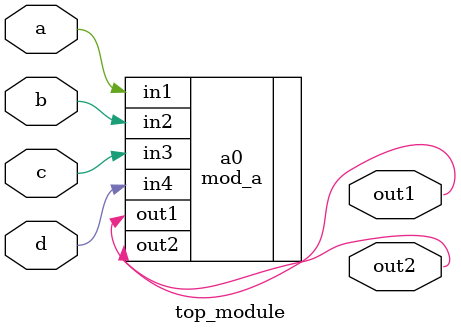
<source format=v>

module top_module (
    input a,
    input b,
    input c,
    input d,
    output out1,
    output out2
);

    mod_a a0(.in1(a), .in2(b), .in3(c), .in4(d), .out1(out1), .out2(out2));
endmodule


</source>
